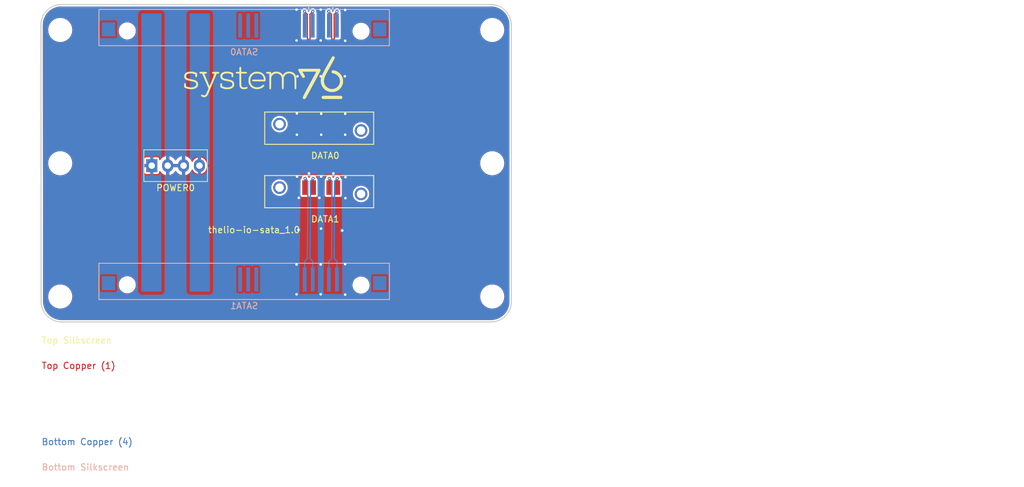
<source format=kicad_pcb>
(kicad_pcb (version 20211014) (generator pcbnew)
  (layers (0 "F.Cu" signal) (1 "In1.Cu" signal) (2 "In2.Cu" signal) (31 "B.Cu" signal) (34 "B.Paste" user) (35 "F.Paste" user) (36 "B.SilkS" user "B.Silkscreen") (37 "F.SilkS" user "F.Silkscreen") (38 "B.Mask" user) (39 "F.Mask" user) (44 "Edge.Cuts" user))
  (net 0 "")
  (net 7 "GND")
  (net 8 "+12V")
  (net 9 "+5V")
  (net 10 "/SATA0_B-")
  (net 11 "/SATA0_A+")
  (net 12 "/SATA0_A-")
  (net 13 "/SATA0_B+")
  (net 14 "/SATA1_A+")
  (net 15 "/SATA1_A-")
  (net 16 "/SATA1_B-")
  (net 17 "/SATA1_B+")
  (footprint "SATA:SATA_DATA_7" (layer "F.Cu") (at 90.281562 54.22)
    (fp_text reference "DATA1" (at 0 7.5) (layer "F.SilkS"))
    (fp_text value "67800-5005")
    (fp_line (start 7.62 5.715) (end -9.525 5.715) (layer "F.SilkS") (width 0.15))
    (fp_line (start 7.62 0.635) (end 7.62 5.715) (layer "F.SilkS") (width 0.15))
    (fp_line (start -9.525 0.635) (end 7.62 0.635) (layer "F.SilkS") (width 0.15))
    (fp_line (start -9.525 5.715) (end -9.525 0.635) (layer "F.SilkS") (width 0.15))
    (pad "" thru_hole oval (at 5.635 3.54) (size 2 2) (drill 1.35) (layers *.Cu *.Mask))
    (pad "" thru_hole oval (at -7.195 2.54) (size 2 2) (drill 1.35) (layers *.Cu *.Mask))
    (pad "1" smd rect (at 3.175 2.54) (size 0.9 2.3) (layers "F.Cu" "F.Paste" "F.Mask") (net 7 "GND"))
    (pad "2" smd rect (at 1.905 2.54) (size 0.9 2.3) (layers "F.Cu" "F.Paste" "F.Mask") (net 14 "/SATA1_A+"))
    (pad "3" smd rect (at 0.635 2.54) (size 0.9 2.3) (layers "F.Cu" "F.Paste" "F.Mask") (net 15 "/SATA1_A-"))
    (pad "4" smd rect (at -0.635 2.54) (size 0.9 2.3) (layers "F.Cu" "F.Paste" "F.Mask") (net 7 "GND"))
    (pad "5" smd rect (at -1.905 2.54) (size 0.9 2.3) (layers "F.Cu" "F.Paste" "F.Mask") (net 16 "/SATA1_B-"))
    (pad "6" smd rect (at -3.175 2.54) (size 0.9 2.3) (layers "F.Cu" "F.Paste" "F.Mask") (net 17 "/SATA1_B+"))
    (pad "7" smd rect (at -4.445 2.54) (size 0.9 2.3) (layers "F.Cu" "F.Paste" "F.Mask") (net 7 "GND"))
  )
  (footprint "SATA:SATA_DATA_7" (layer "F.Cu") (at 90.281562 44.22)
    (fp_text reference "DATA0" (at 0 7.5) (layer "F.SilkS"))
    (fp_text value "67800-5005")
    (fp_line (start -9.525 0.635) (end 7.62 0.635) (layer "F.SilkS") (width 0.15))
    (fp_line (start 7.62 5.715) (end -9.525 5.715) (layer "F.SilkS") (width 0.15))
    (fp_line (start 7.62 0.635) (end 7.62 5.715) (layer "F.SilkS") (width 0.15))
    (fp_line (start -9.525 5.715) (end -9.525 0.635) (layer "F.SilkS") (width 0.15))
    (pad "" thru_hole oval (at 5.635 3.54) (size 2 2) (drill 1.35) (layers *.Cu *.Mask))
    (pad "" thru_hole oval (at -7.195 2.54) (size 2 2) (drill 1.35) (layers *.Cu *.Mask))
    (pad "1" smd rect (at 3.175 2.54) (size 0.9 2.3) (layers "F.Cu" "F.Paste" "F.Mask") (net 7 "GND"))
    (pad "2" smd rect (at 1.905 2.54) (size 0.9 2.3) (layers "F.Cu" "F.Paste" "F.Mask") (net 11 "/SATA0_A+"))
    (pad "3" smd rect (at 0.635 2.54) (size 0.9 2.3) (layers "F.Cu" "F.Paste" "F.Mask") (net 12 "/SATA0_A-"))
    (pad "4" smd rect (at -0.635 2.54) (size 0.9 2.3) (layers "F.Cu" "F.Paste" "F.Mask") (net 7 "GND"))
    (pad "5" smd rect (at -1.905 2.54) (size 0.9 2.3) (layers "F.Cu" "F.Paste" "F.Mask") (net 10 "/SATA0_B-"))
    (pad "6" smd rect (at -3.175 2.54) (size 0.9 2.3) (layers "F.Cu" "F.Paste" "F.Mask") (net 13 "/SATA0_B+"))
    (pad "7" smd rect (at -4.445 2.54) (size 0.9 2.3) (layers "F.Cu" "F.Paste" "F.Mask") (net 7 "GND"))
  )
  (footprint "Logo:System76" (layer "F.Cu") (at 80.566562 39.42)
    (fp_text reference "G***" hide)
    (fp_text value "LOGO" hide)
    (fp_poly (pts (xy -3.59783 -1.680399) (xy -3.552031 -1.656953) (xy -3.538596 -1.621068) (xy -3.529279 -1.542899) (xy -3.523898 -1.420004) (xy -3.522266 -1.260078) (xy -3.522266 -0.892969) (xy -3.102358 -0.892969) (xy -2.932682 -0.891944) (xy -2.806316 -0.887749) (xy -2.716986 -0.878706) (xy -2.658415 -0.863134) (xy -2.624326 -0.839353) (xy -2.608444 -0.805685) (xy -2.604493 -0.76045) (xy -2.604492 -0.759732) (xy -2.607672 -0.720418) (xy -2.621462 -0.691231) (xy -2.652238 -0.670678) (xy -2.706376 -0.657265) (xy -2.79025 -0.649499) (xy -2.910237 -0.645885) (xy -3.072713 -0.644929) (xy -3.094484 -0.644922) (xy -3.524944 -0.644922) (xy -3.517404 0.31626) (xy -3.515372 0.560871) (xy -3.513305 0.760958) (xy -3.51092 0.921607) (xy -3.507938 1.047903) (xy -3.504078 1.144931) (xy -3.499059 1.217776) (xy -3.4926 1.271523) (xy -3.484421 1.311258) (xy -3.474241 1.342066) (xy -3.46178 1.369032) (xy -3.459002 1.374387) (xy -3.381688 1.471334) (xy -3.272327 1.534412) (xy -3.13614 1.562496) (xy -2.978347 1.55446) (xy -2.815332 1.513086) (xy -2.711455 1.480083) (xy -2.641424 1.466739) (xy -2.593617 1.472872) (xy -2.556414 1.498298) (xy -2.546325 1.508838) (xy -2.507527 1.577438) (xy -2.514507 1.642459) (xy -2.563446 1.701438) (xy -2.650525 1.751914) (xy -2.771926 1.791424) (xy -2.92383 1.817508) (xy -3.038574 1.826157) (xy -3.210243 1.825806) (xy -3.338366 1.808934) (xy -3.367936 1.800678) (xy -3.520468 1.72735) (xy -3.639628 1.617475) (xy -3.717499 1.490934) (xy -3.782715 1.351855) (xy -3.789973 0.353467) (xy -3.797231 -0.644922) (xy -4.051663 -0.644922) (xy -4.182479 -0.647069) (xy -4.271513 -0.655541) (xy -4.326482 -0.673389) (xy -4.355105 -0.70366) (xy -4.365099 -0.749404) (xy -4.365625 -0.768945) (xy -4.360219 -0.820543) (xy -4.33886 -0.855687) (xy -4.293839 -0.877412) (xy -4.217447 -0.888753) (xy -4.101974 -0.892746) (xy -4.050605 -0.892969) (xy -3.795117 -0.892969) (xy -3.795117 -1.264166) (xy -3.794652 -1.408049) (xy -3.792621 -1.510219) (xy -3.788069 -1.578567) (xy -3.780043 -1.620986) (xy -3.767589 -1.645368) (xy -3.749752 -1.659605) (xy -3.747139 -1.661041) (xy -3.672165 -1.68393) (xy -3.59783 -1.680399)) (layer "F.SilkS") (width 0.01) (fill solid))
    (fp_poly (pts (xy -11.254015 -0.926525) (xy -11.111502 -0.91663) (xy -10.996573 -0.899121) (xy -10.940511 -0.88571) (xy -10.807726 -0.844401) (xy -10.683656 -0.796785) (xy -10.578312 -0.747516) (xy -10.501709 -0.701246) (xy -10.464919 -0.664759) (xy -10.455443 -0.618973) (xy -10.452082 -0.538748) (xy -10.454 -0.437956) (xy -10.460361 -0.330472) (xy -10.470329 -0.230171) (xy -10.483068 -0.150926) (xy -10.497742 -0.106611) (xy -10.498623 -0.10542) (xy -10.538769 -0.083993) (xy -10.602378 -0.074446) (xy -10.606168 -0.074414) (xy -10.666732 -0.083158) (xy -10.70661 -0.11441) (xy -10.729554 -0.175701) (xy -10.739316 -0.274562) (xy -10.74043 -0.343853) (xy -10.74043 -0.517334) (xy -10.874966 -0.567671) (xy -11.125047 -0.636849) (xy -11.388611 -0.665085) (xy -11.545031 -0.661392) (xy -11.735674 -0.638596) (xy -11.886264 -0.600087) (xy -12.004789 -0.54254) (xy -12.099234 -0.462627) (xy -12.139614 -0.41366) (xy -12.179631 -0.324593) (xy -12.193561 -0.214394) (xy -12.181384 -0.103748) (xy -12.143084 -0.013338) (xy -12.139953 -0.009006) (xy -12.102824 0.035111) (xy -12.059064 0.073191) (xy -12.003161 0.10708) (xy -11.929603 0.138623) (xy -11.832877 0.169665) (xy -11.707472 0.202051) (xy -11.547876 0.237627) (xy -11.348577 0.278238) (xy -11.188672 0.309457) (xy -10.949058 0.364056) (xy -10.75431 0.427933) (xy -10.600114 0.50384) (xy -10.482159 0.594526) (xy -10.396131 0.702742) (xy -10.337717 0.831239) (xy -10.329615 0.857378) (xy -10.303461 1.023465) (xy -10.316069 1.192928) (xy -10.364194 1.353653) (xy -10.444588 1.493527) (xy -10.522169 1.575831) (xy -10.652313 1.662855) (xy -10.81758 1.737318) (xy -11.003895 1.793039) (xy -11.029782 1.798765) (xy -11.175728 1.820011) (xy -11.349792 1.830576) (xy -11.532784 1.830465) (xy -11.705517 1.819685) (xy -11.847626 1.7985) (xy -11.961007 1.767214) (xy -12.092587 1.720839) (xy -12.225889 1.666147) (xy -12.344441 1.609907) (xy -12.431767 1.558891) (xy -12.43335 1.557782) (xy -12.463749 1.53443) (xy -12.483436 1.508853) (xy -12.494737 1.470532) (xy -12.499977 1.408948) (xy -12.501483 1.313581) (xy -12.501562 1.249317) (xy -12.499338 1.108182) (xy -12.490835 1.009354) (xy -12.473304 0.945658) (xy -12.443999 0.909917) (xy -12.400172 0.894957) (xy -12.365137 0.892969) (xy -12.304973 0.900925) (xy -12.264946 0.929852) (xy -12.241383 0.987338) (xy -12.23061 1.08097) (xy -12.228711 1.174789) (xy -12.228711 1.360652) (xy -12.035165 1.435291) (xy -11.785481 1.512207) (xy -11.535099 1.552707) (xy -11.293192 1.556344) (xy -11.068933 1.52267) (xy -10.956007 1.487923) (xy -10.799211 1.41329) (xy -10.68787 1.322467) (xy -10.619688 1.212706) (xy -10.592365 1.081261) (xy -10.591602 1.052158) (xy -10.602229 0.947845) (xy -10.636721 0.859205) (xy -10.698993 0.783917) (xy -10.792962 0.719659) (xy -10.922544 0.664112) (xy -11.091654 0.614953) (xy -11.304207 0.569861) (xy -11.447363 0.544916) (xy -11.703778 0.495743) (xy -11.921949 0.438975) (xy -12.09813 0.375748) (xy -12.227241 0.308087) (xy -12.347019 0.201292) (xy -12.430598 0.069069) (xy -12.477929 -0.080036) (xy -12.488962 -0.237475) (xy -12.463649 -0.394702) (xy -12.40194 -0.54317) (xy -12.303785 -0.674333) (xy -12.233263 -0.736749) (xy -12.105546 -0.816222) (xy -11.957595 -0.873278) (xy -11.781895 -0.909733) (xy -11.570932 -0.927404) (xy -11.434961 -0.929772) (xy -11.254015 -0.926525)) (layer "F.SilkS") (width 0.01) (fill solid))
    (fp_poly (pts (xy -5.616643 -0.939448) (xy -5.379293 -0.911459) (xy -5.146707 -0.85583) (xy -5.000296 -0.803925) (xy -4.900208 -0.761443) (xy -4.833071 -0.723194) (xy -4.792307 -0.678205) (xy -4.771342 -0.615507) (xy -4.763599 -0.524128) (xy -4.7625 -0.407205) (xy -4.765432 -0.271022) (xy -4.776346 -0.176959) (xy -4.798417 -0.117757) (xy -4.834822 -0.086158) (xy -4.888736 -0.074907) (xy -4.908139 -0.074414) (xy -4.966707 -0.081794) (xy -5.0045 -0.109404) (xy -5.02567 -0.165447) (xy -5.034373 -0.258129) (xy -5.035352 -0.32564) (xy -5.035352 -0.517334) (xy -5.166975 -0.566581) (xy -5.435243 -0.640836) (xy -5.71217 -0.667496) (xy -5.990784 -0.646048) (xy -6.06284 -0.632486) (xy -6.233925 -0.580038) (xy -6.361853 -0.503852) (xy -6.447508 -0.40303) (xy -6.491771 -0.276677) (xy -6.498828 -0.189351) (xy -6.490273 -0.102097) (xy -6.457363 -0.032808) (xy -6.422918 0.010317) (xy -6.363581 0.065358) (xy -6.28603 0.112622) (xy -6.183656 0.154473) (xy -6.04985 0.193274) (xy -5.878001 0.23139) (xy -5.724218 0.260232) (xy -5.463689 0.311115) (xy -5.248105 0.364113) (xy -5.072802 0.421409) (xy -4.933116 0.485187) (xy -4.824382 0.557632) (xy -4.741936 0.640927) (xy -4.681115 0.737256) (xy -4.674039 0.751952) (xy -4.62928 0.895211) (xy -4.613018 1.059677) (xy -4.626369 1.225188) (xy -4.643708 1.299368) (xy -4.692423 1.399354) (xy -4.775663 1.504941) (xy -4.881423 1.604516) (xy -4.997702 1.686465) (xy -5.090437 1.731606) (xy -5.282853 1.786416) (xy -5.503784 1.82111) (xy -5.73592 1.834582) (xy -5.961955 1.825727) (xy -6.141405 1.798733) (xy -6.252993 1.768723) (xy -6.379716 1.725738) (xy -6.507332 1.675544) (xy -6.621598 1.623907) (xy -6.708273 1.576596) (xy -6.733618 1.558936) (xy -6.760935 1.53505) (xy -6.778921 1.507959) (xy -6.789523 1.467518) (xy -6.794685 1.403578) (xy -6.796352 1.305993) (xy -6.796484 1.230993) (xy -6.794736 1.094861) (xy -6.787594 1.000729) (xy -6.772209 0.94105) (xy -6.745734 0.90828) (xy -6.705322 0.894874) (xy -6.668907 0.892969) (xy -6.602475 0.908385) (xy -6.557614 0.957606) (xy -6.532085 1.045086) (xy -6.523647 1.175282) (xy -6.523633 1.181939) (xy -6.523633 1.360652) (xy -6.331396 1.434617) (xy -6.065068 1.518401) (xy -5.812494 1.558064) (xy -5.566179 1.554313) (xy -5.383996 1.52411) (xy -5.208046 1.467192) (xy -5.06687 1.38607) (xy -4.96399 1.28407) (xy -4.902926 1.164521) (xy -4.886523 1.053956) (xy -4.901477 0.942298) (xy -4.9484 0.846788) (xy -5.030385 0.765467) (xy -5.150526 0.696378) (xy -5.311915 0.63756) (xy -5.517647 0.587057) (xy -5.667871 0.559221) (xy -5.916838 0.513912) (xy -6.121822 0.468248) (xy -6.288421 0.420178) (xy -6.422231 0.367646) (xy -6.528851 0.3086) (xy -6.613878 0.240986) (xy -6.655691 0.196817) (xy -6.741206 0.06076) (xy -6.786854 -0.093739) (xy -6.793342 -0.256575) (xy -6.761376 -0.417644) (xy -6.691661 -0.56684) (xy -6.594019 -0.685656) (xy -6.453209 -0.786928) (xy -6.277042 -0.863539) (xy -6.073542 -0.914892) (xy -5.850735 -0.940394) (xy -5.616643 -0.939448)) (layer "F.SilkS") (width 0.01) (fill solid))
    (fp_poly (pts (xy 2.249637 -0.918863) (xy 2.450802 -0.867422) (xy 2.636808 -0.784739) (xy 2.799706 -0.671679) (xy 2.931549 -0.529108) (xy 2.953933 -0.496448) (xy 3.032257 -0.375574) (xy 3.109829 -0.490681) (xy 3.250583 -0.656445) (xy 3.423366 -0.785573) (xy 3.624983 -0.876361) (xy 3.852237 -0.927103) (xy 3.943945 -0.93549) (xy 4.195467 -0.929494) (xy 4.425399 -0.882712) (xy 4.630421 -0.79723) (xy 4.807211 -0.675132) (xy 4.95245 -0.518503) (xy 5.062815 -0.32943) (xy 5.110359 -0.203078) (xy 5.123233 -0.158159) (xy 5.133648 -0.111538) (xy 5.141861 -0.057593) (xy 5.14813 0.009295) (xy 5.152712 0.094747) (xy 5.155866 0.204385) (xy 5.157849 0.343829) (xy 5.158918 0.518699) (xy 5.159333 0.734617) (xy 5.159375 0.865816) (xy 5.158915 1.1217) (xy 5.157465 1.331333) (xy 5.154919 1.498067) (xy 5.151171 1.625253) (xy 5.146114 1.716242) (xy 5.139642 1.774386) (xy 5.13165 1.803035) (xy 5.129609 1.805781) (xy 5.080159 1.828658) (xy 5.011018 1.834403) (xy 4.946511 1.823179) (xy 4.916328 1.804364) (xy 4.908604 1.770201) (xy 4.901572 1.688431) (xy 4.895308 1.561048) (xy 4.889886 1.390051) (xy 4.885382 1.177436) (xy 4.881871 0.9252) (xy 4.881398 0.880389) (xy 4.878893 0.645261) (xy 4.876399 0.454184) (xy 4.873569 0.301599) (xy 4.870059 0.181949) (xy 4.865521 0.089676) (xy 4.859611 0.019223) (xy 4.851982 -0.034969) (xy 4.842289 -0.078458) (xy 4.830185 -0.1168) (xy 4.817225 -0.150796) (xy 4.727016 -0.321342) (xy 4.603915 -0.457386) (xy 4.442503 -0.564739) (xy 4.420916 -0.575667) (xy 4.334499 -0.615842) (xy 4.263551 -0.640156) (xy 4.189529 -0.652478) (xy 4.093888 -0.656675) (xy 4.031283 -0.656934) (xy 3.911216 -0.654269) (xy 3.822656 -0.644629) (xy 3.747643 -0.624809) (xy 3.669962 -0.592414) (xy 3.50936 -0.500124) (xy 3.385692 -0.386324) (xy 3.287358 -0.239763) (xy 3.268527 -0.203136) (xy 3.187402 -0.038446) (xy 3.175 0.857587) (xy 3.171426 1.103385) (xy 3.167754 1.304133) (xy 3.163357 1.464388) (xy 3.157607 1.588707) (xy 3.149877 1.681647) (xy 3.139538 1.747764) (xy 3.125963 1.791615) (xy 3.108525 1.817757) (xy 3.086595 1.830746) (xy 3.059545 1.835141) (xy 3.040278 1.835547) (xy 3.005827 1.835049) (xy 2.977768 1.830459) (xy 2.955391 1.817132) (xy 2.937988 1.790422) (xy 2.924849 1.745684) (xy 2.915266 1.678275) (xy 2.908529 1.583548) (xy 2.903929 1.456858) (xy 2.900758 1.293561) (xy 2.898305 1.089011) (xy 2.896388 0.892969) (xy 2.894025 0.659697) (xy 2.891647 0.470419) (xy 2.888901 0.319518) (xy 2.885433 0.201379) (xy 2.880891 0.110386) (xy 2.874921 0.040924) (xy 2.86717 -0.012622) (xy 2.857285 -0.055868) (xy 2.844913 -0.094429) (xy 2.832195 -0.127672) (xy 2.739473 -0.297683) (xy 2.611666 -0.439968) (xy 2.456566 -0.550261) (xy 2.281967 -0.624296) (xy 2.095659 -0.657805) (xy 1.905436 -0.646522) (xy 1.89008 -0.643515) (xy 1.688098 -0.580201) (xy 1.519028 -0.479965) (xy 1.381461 -0.341706) (xy 1.273988 -0.164325) (xy 1.272537 -0.16123) (xy 1.203027 -0.012402) (xy 1.19511 0.880093) (xy 1.192036 1.144008) (xy 1.187896 1.365863) (xy 1.182746 1.544175) (xy 1.176641 1.677461) (xy 1.169634 1.764237) (xy 1.16178 1.803021) (xy 1.161067 1.804067) (xy 1.115127 1.827771) (xy 1.046838 1.834533) (xy 0.980547 1.824157) (xy 0.947539 1.805781) (xy 0.940234 1.785441) (xy 0.934104 1.738224) (xy 0.929074 1.661083) (xy 0.92507 1.550974) (xy 0.922018 1.404849) (xy 0.919846 1.219664) (xy 0.918478 0.992372) (xy 0.917841 0.719927) (xy 0.917773 0.577949) (xy 0.917773 -0.620117) (xy 0.717705 -0.620117) (xy 0.617072 -0.623207) (xy 0.531246 -0.631391) (xy 0.475953 -0.643041) (xy 0.469658 -0.645795) (xy 0.432379 -0.690291) (xy 0.419896 -0.756307) (xy 0.432211 -0.822396) (xy 0.469322 -0.86711) (xy 0.469658 -0.867291) (xy 0.516463 -0.87909) (xy 0.59812 -0.887301) (xy 0.702816 -0.891993) (xy 0.818737 -0.893238) (xy 0.93407 -0.891104) (xy 1.037002 -0.885662) (xy 1.115719 -0.876981) (xy 1.158409 -0.865132) (xy 1.160859 -0.863203) (xy 1.178014 -0.822564) (xy 1.188771 -0.751901) (xy 1.190625 -0.705813) (xy 1.190625 -0.578189) (xy 1.294638 -0.677134) (xy 1.452366 -0.794889) (xy 1.634678 -0.877074) (xy 1.833626 -0.924554) (xy 2.041262 -0.938195) (xy 2.249637 -0.918863)) (layer "F.SilkS") (width 0.01) (fill solid))
    (fp_poly (pts (xy -0.767105 -0.903404) (xy -0.626355 -0.880497) (xy -0.626064 -0.880428) (xy -0.386543 -0.800742) (xy -0.177985 -0.683513) (xy -0.00263 -0.531645) (xy 0.137284 -0.348041) (xy 0.239521 -0.135607) (xy 0.30184 0.102755) (xy 0.32203 0.349622) (xy 0.322913 0.409475) (xy 0.322301 0.458761) (xy 0.315823 0.498504) (xy 0.299108 0.529724) (xy 0.267782 0.553444) (xy 0.217476 0.570686) (xy 0.143816 0.582471) (xy 0.042431 0.589821) (xy -0.091051 0.593759) (xy -0.261002 0.595305) (xy -0.471793 0.595483) (xy -0.727796 0.595313) (xy -0.729121 0.595313) (xy -1.000891 0.594631) (xy -1.233218 0.592619) (xy -1.424203 0.589325) (xy -1.571945 0.584797) (xy -1.674541 0.579084) (xy -1.730092 0.572233) (xy -1.737959 0.569635) (xy -1.772187 0.526924) (xy -1.786382 0.460348) (xy -1.778677 0.392207) (xy -1.756172 0.352227) (xy -1.733581 0.343787) (xy -1.682091 0.336925) (xy -1.59833 0.331532) (xy -1.478924 0.327499) (xy -1.320501 0.324717) (xy -1.119689 0.323077) (xy -0.873115 0.32247) (xy -0.835203 0.322461) (xy 0.056001 0.322461) (xy 0.039189 0.19573) (xy -0.010174 -0.02602) (xy -0.095517 -0.213929) (xy -0.217888 -0.369383) (xy -0.378334 -0.493765) (xy -0.544516 -0.57573) (xy -0.611701 -0.599423) (xy -0.680076 -0.615356) (xy -0.761932 -0.625017) (xy -0.869562 -0.629895) (xy -1.00459 -0.631447) (xy -1.138533 -0.63131) (xy -1.235146 -0.628582) (xy -1.3067 -0.621351) (xy -1.365471 -0.607704) (xy -1.423731 -0.585729) (xy -1.488352 -0.556076) (xy -1.676394 -0.440584) (xy -1.832176 -0.289865) (xy -1.952924 -0.108589) (xy -2.03586 0.098572) (xy -2.078207 0.326945) (xy -2.083299 0.444785) (xy -2.06199 0.685626) (xy -2.000268 0.905414) (xy -1.900265 1.099784) (xy -1.764116 1.264367) (xy -1.630541 1.371695) (xy -1.44344 1.467278) (xy -1.23569 1.523893) (xy -1.016266 1.542367) (xy -0.794139 1.523527) (xy -0.578284 1.468199) (xy -0.377674 1.377211) (xy -0.201282 1.251389) (xy -0.187225 1.238683) (xy -0.089581 1.166526) (xy -0.004799 1.141669) (xy 0.066585 1.164227) (xy 0.085045 1.179994) (xy 0.118919 1.233013) (xy 0.115624 1.292495) (xy 0.073112 1.364403) (xy -0.008785 1.452878) (xy -0.177428 1.584621) (xy -0.379782 1.69045) (xy -0.605543 1.767346) (xy -0.844411 1.812289) (xy -1.086085 1.822258) (xy -1.227832 1.81024) (xy -1.481535 1.754111) (xy -1.706902 1.65804) (xy -1.906957 1.520523) (xy -2.01421 1.419478) (xy -2.147741 1.256991) (xy -2.247739 1.080157) (xy -2.321599 0.879507) (xy -2.348678 0.746157) (xy -2.363123 0.582272) (xy -2.364901 0.405297) (xy -2.353978 0.232681) (xy -2.330322 0.081868) (xy -2.323159 0.05241) (xy -2.236652 -0.183109) (xy -2.110253 -0.394381) (xy -1.948683 -0.576634) (xy -1.756664 -0.725099) (xy -1.538918 -0.835004) (xy -1.400434 -0.879793) (xy -1.268417 -0.902952) (xy -1.106568 -0.914617) (xy -0.93332 -0.914773) (xy -0.767105 -0.903404)) (layer "F.SilkS") (width 0.01) (fill solid))
    (fp_poly (pts (xy 12.329838 2.94985) (xy 12.381994 3.016868) (xy 12.401213 3.091864) (xy 12.402344 3.125391) (xy 12.391885 3.209966) (xy 12.352635 3.276527) (xy 12.329838 3.300931) (xy 12.257332 3.373438) (xy 9.305564 3.373438) (xy 9.23107 3.310755) (xy 9.161122 3.224389) (xy 9.136801 3.12714) (xy 9.158118 3.027629) (xy 9.225088 2.934481) (xy 9.230501 2.929335) (xy 9.242899 2.918543) (xy 9.257667 2.909359) (xy 9.278648 2.901652) (xy 9.309683 2.895293) (xy 9.354613 2.890153) (xy 9.41728 2.886101) (xy 9.501526 2.883009) (xy 9.611192 2.880747) (xy 9.750119 2.879184) (xy 9.922149 2.878193) (xy 10.131124 2.877642) (xy 10.380884 2.877402) (xy 10.675272 2.877345) (xy 10.77182 2.877344) (xy 12.257332 2.877344) (xy 12.329838 2.94985)) (layer "F.SilkS") (width 0.01) (fill solid))
    (fp_poly (pts (xy -9.328895 -0.892391) (xy -9.187718 -0.889652) (xy -9.084388 -0.883245) (xy -9.013027 -0.871664) (xy -8.967755 -0.853401) (xy -8.942694 -0.826949) (xy -8.931964 -0.790801) (xy -8.929688 -0.743451) (xy -8.929687 -0.743242) (xy -8.941589 -0.684514) (xy -8.981749 -0.646644) (xy -9.056848 -0.626291) (xy -9.173568 -0.620119) (xy -9.176104 -0.620117) (xy -9.255085 -0.617209) (xy -9.309571 -0.609643) (xy -9.326562 -0.600712) (xy -9.317185 -0.573716) (xy -9.290702 -0.507109) (xy -9.249587 -0.406865) (xy -9.196313 -0.278957) (xy -9.133355 -0.129355) (xy -9.063186 0.035966) (xy -9.051738 0.062813) (xy -8.972268 0.249811) (xy -8.892024 0.439961) (xy -8.815216 0.623191) (xy -8.746055 0.789427) (xy -8.68875 0.928595) (xy -8.652945 1.016992) (xy -8.606074 1.132487) (xy -8.56474 1.231119) (xy -8.53284 1.303818) (xy -8.514274 1.341512) (xy -8.51229 1.344287) (xy -8.500785 1.32499) (xy -8.473224 1.265341) (xy -8.431952 1.171062) (xy -8.379313 1.047871) (xy -8.317652 0.90149) (xy -8.249314 0.737636) (xy -8.176643 0.562032) (xy -8.101983 0.380395) (xy -8.027681 0.198447) (xy -7.956079 0.021906) (xy -7.889524 -0.143507) (xy -7.830359 -0.292072) (xy -7.780929 -0.41807) (xy -7.743579 -0.51578) (xy -7.720653 -0.579483) (xy -7.714258 -0.602538) (xy -7.736873 -0.611535) (xy -7.795991 -0.617873) (xy -7.873717 -0.620117) (xy -7.989736 -0.628057) (xy -8.064095 -0.654059) (xy -8.102488 -0.701393) (xy -8.111133 -0.756543) (xy -8.108279 -0.800225) (xy -8.09577 -0.833467) (xy -8.067687 -0.857686) (xy -8.018107 -0.874297) (xy -7.941112 -0.884712) (xy -7.830779 -0.890349) (xy -7.681189 -0.892621) (xy -7.54026 -0.892969) (xy -7.372145 -0.89278) (xy -7.246697 -0.891732) (xy -7.156973 -0.889107) (xy -7.096031 -0.884183) (xy -7.056929 -0.876241) (xy -7.032724 -0.86456) (xy -7.016474 -0.848421) (xy -7.008731 -0.83784) (xy -6.97202 -0.759404) (xy -6.981695 -0.696767) (xy -7.036777 -0.650967) (xy -7.136291 -0.623045) (xy -7.218114 -0.615248) (xy -7.378332 -0.607715) (xy -8.015933 0.917773) (xy -8.127081 1.183564) (xy -8.234478 1.440125) (xy -8.336288 1.683083) (xy -8.430673 1.908067) (xy -8.515795 2.110702) (xy -8.589817 2.286617) (xy -8.650902 2.431438) (xy -8.697212 2.540792) (xy -8.726909 2.610308) (xy -8.733165 2.624704) (xy -8.830016 2.801859) (xy -8.946171 2.93829) (xy -9.078827 3.03111) (xy -9.15885 3.062839) (xy -9.272574 3.090601) (xy -9.368869 3.096271) (xy -9.473378 3.080122) (xy -9.526502 3.066732) (xy -9.637494 3.028216) (xy -9.736158 2.978563) (xy -9.808007 2.925744) (xy -9.829891 2.899786) (xy -9.844916 2.834826) (xy -9.825013 2.76545) (xy -9.777826 2.712711) (xy -9.758381 2.70285) (xy -9.708965 2.693501) (xy -9.649438 2.705222) (xy -9.564444 2.740935) (xy -9.465073 2.778461) (xy -9.367083 2.800229) (xy -9.330006 2.80293) (xy -9.262181 2.796528) (xy -9.20201 2.773985) (xy -9.145495 2.730295) (xy -9.088637 2.660453) (xy -9.027438 2.559452) (xy -8.957897 2.422286) (xy -8.876017 2.243951) (xy -8.866661 2.222905) (xy -8.806647 2.086335) (xy -8.753288 1.96254) (xy -8.710066 1.859788) (xy -8.680461 1.786345) (xy -8.668206 1.751616) (xy -8.674994 1.715133) (xy -8.70188 1.634663) (xy -8.748401 1.511364) (xy -8.814092 1.346398) (xy -8.898491 1.140922) (xy -9.001132 0.896098) (xy -9.121553 0.613084) (xy -9.150432 0.545703) (xy -9.645373 -0.607715) (xy -9.838611 -0.620117) (xy -9.937452 -0.627863) (xy -9.999079 -0.638286) (xy -10.035864 -0.655572) (xy -10.060179 -0.683908) (xy -10.068404 -0.697874) (xy -10.090996 -0.749688) (xy -10.083843 -0.791914) (xy -10.062455 -0.828099) (xy -10.01995 -0.892969) (xy -9.513798 -0.892969) (xy -9.328895 -0.892391)) (layer "F.SilkS") (width 0.01) (fill solid))
    (fp_poly (pts (xy 11.096875 -3.320294) (xy 11.164457 -3.255994) (xy 11.203198 -3.167066) (xy 11.205016 -3.06889) (xy 11.190836 -3.032862) (xy 11.154641 -2.957648) (xy 11.098613 -2.84737) (xy 11.024938 -2.706151) (xy 10.935798 -2.538112) (xy 10.833377 -2.347374) (xy 10.719858 -2.138059) (xy 10.597426 -1.91429) (xy 10.492322 -1.723646) (xy 10.334994 -1.439239) (xy 10.199782 -1.194683) (xy 10.084822 -0.986401) (xy 9.988249 -0.810817) (xy 9.908198 -0.664352) (xy 9.842805 -0.543431) (xy 9.790204 -0.444476) (xy 9.748532 -0.363911) (xy 9.715922 -0.298158) (xy 9.690511 -0.24364) (xy 9.670433 -0.196781) (xy 9.653824 -0.154004) (xy 9.63882 -0.111732) (xy 9.623554 -0.066387) (xy 9.615078 -0.040959) (xy 9.540283 0.23972) (xy 9.510408 0.499384) (xy 9.525452 0.738063) (xy 9.533122 0.779743) (xy 9.585337 0.977328) (xy 9.65867 1.143517) (xy 9.76211 1.294945) (xy 9.882767 1.42681) (xy 10.045228 1.569059) (xy 10.211424 1.672205) (xy 10.397484 1.744897) (xy 10.544042 1.781442) (xy 10.779249 1.806307) (xy 11.008429 1.785733) (xy 11.226646 1.723728) (xy 11.428959 1.624297) (xy 11.610431 1.491446) (xy 11.766124 1.329182) (xy 11.891099 1.141509) (xy 11.980417 0.932434) (xy 12.029141 0.705963) (xy 12.036856 0.570508) (xy 12.013323 0.329082) (xy 11.945027 0.103416) (xy 11.83542 -0.102403) (xy 11.687954 -0.284289) (xy 11.506082 -0.438156) (xy 11.293258 -0.559917) (xy 11.052932 -0.645486) (xy 10.99826 -0.658705) (xy 10.867524 -0.696251) (xy 10.779988 -0.743906) (xy 10.729452 -0.807247) (xy 10.709714 -0.891853) (xy 10.70886 -0.919026) (xy 10.728071 -1.026538) (xy 10.784331 -1.101666) (xy 10.875582 -1.142551) (xy 10.964145 -1.149676) (xy 11.052047 -1.140164) (xy 11.162369 -1.118906) (xy 11.267387 -1.091587) (xy 11.542168 -0.983425) (xy 11.79207 -0.834169) (xy 12.013064 -0.647688) (xy 12.20112 -0.427853) (xy 12.35221 -0.17853) (xy 12.442947 0.037207) (xy 12.472328 0.127469) (xy 12.492062 0.206451) (xy 12.504071 0.288481) (xy 12.510276 0.387887) (xy 12.512598 0.518996) (xy 12.512796 0.558105) (xy 12.512222 0.698539) (xy 12.508026 0.804282) (xy 12.498261 0.890226) (xy 12.480982 0.971261) (xy 12.454244 1.062277) (xy 12.441976 1.100208) (xy 12.331295 1.360159) (xy 12.179469 1.596999) (xy 11.991336 1.806237) (xy 11.771733 1.983387) (xy 11.525496 2.12396) (xy 11.257463 2.223466) (xy 11.221064 2.233204) (xy 11.034809 2.266616) (xy 10.825368 2.280878) (xy 10.612487 2.275992) (xy 10.415909 2.251961) (xy 10.331152 2.2331) (xy 10.066498 2.143946) (xy 9.83501 2.024054) (xy 9.627021 1.867714) (xy 9.496238 1.739987) (xy 9.312829 1.513366) (xy 9.174956 1.272662) (xy 9.079322 1.010947) (xy 9.026858 0.753254) (xy 9.0108 0.529271) (xy 9.025438 0.298605) (xy 9.07209 0.055786) (xy 9.152072 -0.204656) (xy 9.266701 -0.48819) (xy 9.3863 -0.739423) (xy 9.45282 -0.869218) (xy 9.53443 -1.024633) (xy 9.628555 -1.201052) (xy 9.732617 -1.39386) (xy 9.844039 -1.598439) (xy 9.960246 -1.810175) (xy 10.078661 -2.02445) (xy 10.196707 -2.23665) (xy 10.311808 -2.442157) (xy 10.421386 -2.636356) (xy 10.522866 -2.81463) (xy 10.613671 -2.972364) (xy 10.691224 -3.104941) (xy 10.752949 -3.207745) (xy 10.796269 -3.27616) (xy 10.818608 -3.305571) (xy 10.818677 -3.305623) (xy 10.914225 -3.351089) (xy 11.010211 -3.353986) (xy 11.096875 -3.320294)) (layer "F.SilkS") (width 0.01) (fill solid))
    (fp_poly (pts (xy 8.909712 -1.292526) (xy 8.957975 -1.229622) (xy 8.975393 -1.174392) (xy 8.972465 -1.118894) (xy 8.959256 -1.085786) (xy 8.924246 -1.01277) (xy 8.86939 -0.903489) (xy 8.79664 -0.761586) (xy 8.707952 -0.590705) (xy 8.60528 -0.394489) (xy 8.490577 -0.176583) (xy 8.365798 0.059372) (xy 8.232896 0.30973) (xy 8.093826 0.570849) (xy 7.950542 0.839084) (xy 7.804998 1.110794) (xy 7.659149 1.382333) (xy 7.514947 1.650059) (xy 7.374348 1.910328) (xy 7.239305 2.159496) (xy 7.111773 2.393921) (xy 6.993705 2.609958) (xy 6.887056 2.803963) (xy 6.79378 2.972295) (xy 6.715831 3.111308) (xy 6.655163 3.21736) (xy 6.61373 3.286806) (xy 6.59441 3.315097) (xy 6.514294 3.366024) (xy 6.4074 3.382404) (xy 6.358108 3.378353) (xy 6.304302 3.35585) (xy 6.245415 3.311558) (xy 6.240286 3.306568) (xy 6.218033 3.284457) (xy 6.199202 3.263426) (xy 6.185013 3.240756) (xy 6.176683 3.213724) (xy 6.175431 3.179611) (xy 6.182475 3.135695) (xy 6.199033 3.079255) (xy 6.226323 3.00757) (xy 6.265564 2.917919) (xy 6.317974 2.807581) (xy 6.384771 2.673835) (xy 6.467174 2.513961) (xy 6.5664 2.325236) (xy 6.683667 2.104941) (xy 6.820195 1.850354) (xy 6.977201 1.558754) (xy 7.155903 1.22742) (xy 7.245559 1.061226) (xy 7.401929 0.771003) (xy 7.55118 0.493328) (xy 7.691672 0.231288) (xy 7.821767 -0.012029) (xy 7.939827 -0.233539) (xy 8.044214 -0.430153) (xy 8.133288 -0.598785) (xy 8.205411 -0.736349) (xy 8.258944 -0.839758) (xy 8.29225 -0.905925) (xy 8.30369 -0.931764) (xy 8.303632 -0.93198) (xy 8.277293 -0.934153) (xy 8.206412 -0.935899) (xy 8.096054 -0.937197) (xy 7.951284 -0.938025) (xy 7.777168 -0.938362) (xy 7.57877 -0.938187) (xy 7.361157 -0.937479) (xy 7.1973 -0.936638) (xy 6.102089 -0.930176) (xy 6.30485 -0.595312) (xy 6.396918 -0.438588) (xy 6.461264 -0.315742) (xy 6.49934 -0.220527) (xy 6.512599 -0.146699) (xy 6.502494 -0.088011) (xy 6.470478 -0.038219) (xy 6.441071 -0.00977) (xy 6.355154 0.038211) (xy 6.261248 0.050261) (xy 6.175332 0.026194) (xy 6.133765 -0.006201) (xy 6.106804 -0.04298) (xy 6.05905 -0.115795) (xy 5.994748 -0.217856) (xy 5.918143 -0.342372) (xy 5.83348 -0.48255) (xy 5.782175 -0.568661) (xy 5.676189 -0.749447) (xy 5.595011 -0.893975) (xy 5.536762 -1.007807) (xy 5.499567 -1.096504) (xy 5.481549 -1.16563) (xy 5.480828 -1.220748) (xy 5.49553 -1.267418) (xy 5.523775 -1.311205) (xy 5.529254 -1.318102) (xy 5.576672 -1.37666) (xy 8.834538 -1.37666) (xy 8.909712 -1.292526)) (layer "F.SilkS") (width 0.01) (fill solid))
  )
  (footprint "MountingHole:MountingHole_3.2mm_M3" (layer "F.Cu") (at 116.566562 73.92)
    (fp_text reference "REF**" hide)
    (fp_text value "MountingHole_3.2mm_M3")
    (pad "" np_thru_hole circle (at 0 0) (size 3.2 3.2) (drill 3.2) (layers *.Cu *.Mask))
  )
  (footprint "MountingHole:MountingHole_3.2mm_M3" (layer "F.Cu") (at 48.566562 73.92)
    (fp_text reference "REF**" hide)
    (fp_text value "MountingHole_3.2mm_M3")
    (pad "" np_thru_hole circle (at 0 0) (size 3.2 3.2) (drill 3.2) (layers *.Cu *.Mask))
  )
  (footprint "MountingHole:MountingHole_3.2mm_M3" (layer "F.Cu") (at 48.566562 52.92)
    (fp_text reference "REF**" hide)
    (fp_text value "MountingHole_3.2mm_M3")
    (pad "" np_thru_hole circle (at 0 0) (size 3.2 3.2) (drill 3.2) (layers *.Cu *.Mask))
  )
  (footprint "MountingHole:MountingHole_3.2mm_M3" (layer "F.Cu") (at 116.566562 52.92)
    (fp_text reference "REF**" hide)
    (fp_text value "MountingHole_3.2mm_M3")
    (pad "" np_thru_hole circle (at 0 0) (size 3.2 3.2) (drill 3.2) (layers *.Cu *.Mask))
  )
  (footprint "MountingHole:MountingHole_3.2mm_M3" (layer "F.Cu") (at 48.566562 31.92)
    (fp_text reference "REF**" hide)
    (fp_text value "MountingHole_3.2mm_M3")
    (pad "" np_thru_hole circle (at 0 0) (size 3.2 3.2) (drill 3.2) (layers *.Cu *.Mask))
  )
  (footprint "MountingHole:MountingHole_3.2mm_M3" (layer "F.Cu") (at 116.566562 31.92)
    (fp_text reference "REF**" hide)
    (fp_text value "MountingHole_3.2mm_M3")
    (pad "" np_thru_hole circle (at 0 0) (size 3.2 3.2) (drill 3.2) (layers *.Cu *.Mask))
  )
  (footprint "SATA:ATA_FLOPPY_POWER_4" (layer "F.Cu") (at 66.726562 53.3)
    (fp_text reference "POWER0" (at 0 3.5) (layer "F.SilkS"))
    (fp_text value "171825-4")
    (fp_line (start 5 2.5) (end -5 2.5) (layer "F.SilkS") (width 0.12))
    (fp_line (start 5 -2.5) (end 5 2.5) (layer "F.SilkS") (width 0.12))
    (fp_line (start -5 2.5) (end -5 -2.5) (layer "F.SilkS") (width 0.12))
    (fp_line (start -5 -2.5) (end 5 -2.5) (layer "F.SilkS") (width 0.12))
    (pad "1" thru_hole rect locked (at -3.75 0 90) (size 2.03 1.73) (drill 1.02) (layers *.Cu *.Mask) (net 8 "+12V"))
    (pad "2" thru_hole oval locked (at -1.25 0 90) (size 2.03 1.73) (drill 1.02) (layers *.Cu *.Mask) (net 7 "GND"))
    (pad "3" thru_hole oval locked (at 1.25 0 90) (size 2.03 1.73) (drill 1.02) (layers *.Cu *.Mask) (net 7 "GND"))
    (pad "4" thru_hole oval locked (at 3.75 0 90) (size 2.03 1.73) (drill 1.02) (layers *.Cu *.Mask) (net 9 "+5V"))
  )
  (footprint "SATA:SATA_COMBINED_22" (layer "B.Cu") (at 77.516562 71.22 180)
    (fp_text reference "SATA1" (at 0 -4.175) (layer "B.SilkS") (effects (justify mirror)))
    (fp_text value "1735284-4")
    (fp_line (start -22.86 -3.175) (end -22.86 2.54) (layer "B.SilkS") (width 0.15))
    (fp_line (start -22.86 2.54) (end 22.86 2.54) (layer "B.SilkS") (width 0.15))
    (fp_line (start 22.86 2.54) (end 22.86 -3.175) (layer "B.SilkS") (width 0.15))
    (fp_line (start 22.86 -3.175) (end -22.86 -3.175) (layer "B.SilkS") (width 0.15))
    (pad "" connect rect locked (at -21.35 -0.6 180) (size 2.1 2.2) (layers "B.Cu" "B.Mask"))
    (pad "" connect rect locked (at 21.35 -0.6 180) (size 2.1 2.2) (layers "B.Cu" "B.Mask"))
    (pad "" np_thru_hole circle locked (at -18.4 -0.9 180) (size 2.1 2.1) (drill 2.1) (layers *.Cu *.Mask))
    (pad "" np_thru_hole circle locked (at 18.4 -0.85 180) (size 2.1 2.1) (drill 2.1) (layers *.Cu *.Mask))
    (pad "1" smd rect locked (at -15.875 0 180) (size 0.6 3.8) (layers "B.Cu" "B.Paste" "B.Mask") (net 7 "GND"))
    (pad "2" smd rect locked (at -14.605 0 180) (size 0.6 3.8) (layers "B.Cu" "B.Paste" "B.Mask") (net 14 "/SATA1_A+"))
    (pad "3" smd rect locked (at -13.335 0 180) (size 0.6 3.8) (layers "B.Cu" "B.Paste" "B.Mask") (net 15 "/SATA1_A-"))
    (pad "4" smd rect locked (at -12.065 0 180) (size 0.6 3.8) (layers "B.Cu" "B.Paste" "B.Mask") (net 7 "GND"))
    (pad "5" smd rect locked (at -10.795 0 180) (size 0.6 3.8) (layers "B.Cu" "B.Paste" "B.Mask") (net 16 "/SATA1_B-"))
    (pad "6" smd rect locked (at -9.525 0 180) (size 0.6 3.8) (layers "B.Cu" "B.Paste" "B.Mask") (net 17 "/SATA1_B+"))
    (pad "7" smd rect locked (at -8.255 0 180) (size 0.6 3.8) (layers "B.Cu" "B.Paste" "B.Mask") (net 7 "GND"))
    (pad "8" smd rect locked (at -1.905 0 180) (size 0.6 3.8) (layers "B.Cu" "B.Paste" "B.Mask"))
    (pad "9" smd rect locked (at -0.635 0 180) (size 0.6 3.8) (layers "B.Cu" "B.Paste" "B.Mask"))
    (pad "10" smd rect locked (at 0.635 0 180) (size 0.6 3.8) (layers "B.Cu" "B.Paste" "B.Mask"))
    (pad "11" smd rect locked (at 1.905 0 180) (size 0.6 3.8) (layers "B.Cu" "B.Paste" "B.Mask") (net 7 "GND"))
    (pad "12" smd rect locked (at 3.175 0 180) (size 0.6 3.8) (layers "B.Cu" "B.Paste" "B.Mask") (net 7 "GND"))
    (pad "13" smd rect locked (at 4.445 0 180) (size 0.6 3.8) (layers "B.Cu" "B.Paste" "B.Mask") (net 7 "GND"))
    (pad "14" smd rect locked (at 5.715 0 180) (size 0.6 3.8) (layers "B.Cu" "B.Paste" "B.Mask") (net 9 "+5V"))
    (pad "15" smd rect locked (at 6.985 0 180) (size 0.6 3.8) (layers "B.Cu" "B.Paste" "B.Mask") (net 9 "+5V"))
    (pad "16" smd rect locked (at 8.255 0 180) (size 0.6 3.8) (layers "B.Cu" "B.Paste" "B.Mask") (net 9 "+5V"))
    (pad "17" smd rect locked (at 9.525 0 180) (size 0.6 3.8) (layers "B.Cu" "B.Paste" "B.Mask") (net 7 "GND"))
    (pad "18" smd rect locked (at 10.795 0 180) (size 0.6 3.8) (layers "B.Cu" "B.Paste" "B.Mask") (net 7 "GND"))
    (pad "19" smd rect locked (at 12.065 0 180) (size 0.6 3.8) (layers "B.Cu" "B.Paste" "B.Mask") (net 7 "GND"))
    (pad "20" smd rect locked (at 13.335 0 180) (size 0.6 3.8) (layers "B.Cu" "B.Paste" "B.Mask") (net 8 "+12V"))
    (pad "21" smd rect locked (at 14.605 0 180) (size 0.6 3.8) (layers "B.Cu" "B.Paste" "B.Mask") (net 8 "+12V"))
    (pad "22" smd rect locked (at 15.875 0 180) (size 0.6 3.8) (layers "B.Cu" "B.Paste" "B.Mask") (net 8 "+12V"))
  )
  (footprint "SATA:SATA_COMBINED_22" (layer "B.Cu") (at 77.516562 31.22 180)
    (fp_text reference "SATA0" (at 0 -4.175) (layer "B.SilkS") (effects (justify mirror)))
    (fp_text value "1735284-4")
    (fp_line (start -22.86 2.54) (end 22.86 2.54) (layer "B.SilkS") (width 0.15))
    (fp_line (start 22.86 2.54) (end 22.86 -3.175) (layer "B.SilkS") (width 0.15))
    (fp_line (start 22.86 -3.175) (end -22.86 -3.175) (layer "B.SilkS") (width 0.15))
    (fp_line (start -22.86 -3.175) (end -22.86 2.54) (layer "B.SilkS") (width 0.15))
    (pad "" np_thru_hole circle locked (at 18.4 -0.85 180) (size 2.1 2.1) (drill 2.1) (layers *.Cu *.Mask))
    (pad "" connect rect locked (at 21.35 -0.6 180) (size 2.1 2.2) (layers "B.Cu" "B.Mask"))
    (pad "" np_thru_hole circle locked (at -18.4 -0.9 180) (size 2.1 2.1) (drill 2.1) (layers *.Cu *.Mask))
    (pad "" connect rect locked (at -21.35 -0.6 180) (size 2.1 2.2) (layers "B.Cu" "B.Mask"))
    (pad "1" smd rect locked (at -15.875 0 180) (size 0.6 3.8) (layers "B.Cu" "B.Paste" "B.Mask") (net 7 "GND"))
    (pad "2" smd rect locked (at -14.605 0 180) (size 0.6 3.8) (layers "B.Cu" "B.Paste" "B.Mask") (net 11 "/SATA0_A+"))
    (pad "3" smd rect locked (at -13.335 0 180) (size 0.6 3.8) (layers "B.Cu" "B.Paste" "B.Mask") (net 12 "/SATA0_A-"))
    (pad "4" smd rect locked (at -12.065 0 180) (size 0.6 3.8) (layers "B.Cu" "B.Paste" "B.Mask") (net 7 "GND"))
    (pad "5" smd rect locked (at -10.795 0 180) (size 0.6 3.8) (layers "B.Cu" "B.Paste" "B.Mask") (net 10 "/SATA0_B-"))
    (pad "6" smd rect locked (at -9.525 0 180) (size 0.6 3.8) (layers "B.Cu" "B.Paste" "B.Mask") (net 13 "/SATA0_B+"))
    (pad "7" smd rect locked (at -8.255 0 180) (size 0.6 3.8) (layers "B.Cu" "B.Paste" "B.Mask") (net 7 "GND"))
    (pad "8" smd rect locked (at -1.905 0 180) (size 0.6 3.8) (layers "B.Cu" "B.Paste" "B.Mask"))
    (pad "9" smd rect locked (at -0.635 0 180) (size 0.6 3.8) (layers "B.Cu" "B.Paste" "B.Mask"))
    (pad "10" smd rect locked (at 0.635 0 180) (size 0.6 3.8) (layers "B.Cu" "B.Paste" "B.Mask"))
    (pad "11" smd rect locked (at 1.905 0 180) (size 0.6 3.8) (layers "B.Cu" "B.Paste" "B.Mask") (net 7 "GND"))
    (pad "12" smd rect locked (at 3.175 0 180) (size 0.6 3.8) (layers "B.Cu" "B.Paste" "B.Mask") (net 7 "GND"))
    (pad "13" smd rect locked (at 4.445 0 180) (size 0.6 3.8) (layers "B.Cu" "B.Paste" "B.Mask") (net 7 "GND"))
    (pad "14" smd rect locked (at 5.715 0 180) (size 0.6 3.8) (layers "B.Cu" "B.Paste" "B.Mask") (net 9 "+5V"))
    (pad "15" smd rect locked (at 6.985 0 180) (size 0.6 3.8) (layers "B.Cu" "B.Paste" "B.Mask") (net 9 "+5V"))
    (pad "16" smd rect locked (at 8.255 0 180) (size 0.6 3.8) (layers "B.Cu" "B.Paste" "B.Mask") (net 9 "+5V"))
    (pad "17" smd rect locked (at 9.525 0 180) (size 0.6 3.8) (layers "B.Cu" "B.Paste" "B.Mask") (net 7 "GND"))
    (pad "18" smd rect locked (at 10.795 0 180) (size 0.6 3.8) (layers "B.Cu" "B.Paste" "B.Mask") (net 7 "GND"))
    (pad "19" smd rect locked (at 12.065 0 180) (size 0.6 3.8) (layers "B.Cu" "B.Paste" "B.Mask") (net 7 "GND"))
    (pad "20" smd rect locked (at 13.335 0 180) (size 0.6 3.8) (layers "B.Cu" "B.Paste" "B.Mask") (net 8 "+12V"))
    (pad "21" smd rect locked (at 14.605 0 180) (size 0.6 3.8) (layers "B.Cu" "B.Paste" "B.Mask") (net 8 "+12V"))
    (pad "22" smd rect locked (at 15.875 0 180) (size 0.6 3.8) (layers "B.Cu" "B.Paste" "B.Mask") (net 8 "+12V"))
  )
  (gr_line (start 48.729304 27.92) (end 116.366562 27.92) (layer "Edge.Cuts") (width 0.2))
  (gr_line (start 116.366562 77.92) (end 48.776562 77.92) (layer "Edge.Cuts") (width 0.2))
  (gr_line (start 45.566562 74.72) (end 45.529304 31.12) (layer "Edge.Cuts") (width 0.2))
  (gr_arc (start 45.529304 31.12) (mid 46.466562 28.857258) (end 48.729304 27.92) (layer "Edge.Cuts") (width 0.2))
  (gr_arc (start 116.366562 27.92) (mid 118.629304 28.857258) (end 119.566562 31.12) (layer "Edge.Cuts") (width 0.2))
  (gr_arc (start 48.776562 77.92) (mid 46.510281 76.983347) (end 45.566562 74.72) (layer "Edge.Cuts") (width 0.2))
  (gr_arc (start 119.566562 74.72) (mid 118.629304 76.982742) (end 116.366562 77.92) (layer "Edge.Cuts") (width 0.2))
  (gr_line (start 119.566562 74.72) (end 119.566562 31.12) (layer "Edge.Cuts") (width 0.2))
  (gr_text "Top Copper (1)" (at 45.566562 84.82) (layer "F.Cu") (effects (font (size 1 1)) (justify left)))
  (gr_text "Bottom Copper (4)" (at 45.566562 96.82) (layer "B.Cu") (effects (font (size 1 1)) (justify left)))
  (gr_text "Bottom Silkscreen" (at 45.566562 100.82) (layer "B.SilkS") (effects (font (size 1 1)) (justify left)))
  (gr_text "thelio-io-sata_1.0" (at 79.066562 63.42) (layer "F.SilkS") (effects (font (size 1 1))))
  (gr_text "Top Silkscreen" (at 45.566562 80.82) (layer "F.SilkS") (effects (font (size 1 1)) (justify left)))
  (via (at 85.836562 55.02) (size 0.8) (drill 0.4) (layers "F.Cu" "B.Cu") (net 7))
  (via (at 85.766562 28.72) (size 0.8) (drill 0.4) (layers "F.Cu" "B.Cu") (net 7))
  (via (at 93.416562 28.77) (size 0.8) (drill 0.4) (layers "F.Cu" "B.Cu") (net 7))
  (via (at 85.816562 48.42) (size 0.8) (drill 0.4) (layers "F.Cu" "B.Cu") (net 7))
  (via (at 92.966562 63.52) (size 0.8) (drill 0.4) (layers "F.Cu" "B.Cu") (net 7))
  (via (at 89.566562 33.57) (size 0.8) (drill 0.4) (layers "F.Cu" "B.Cu") (net 7))
  (via (at 89.566562 73.57) (size 0.8) (drill 0.4) (layers "F.Cu" "B.Cu") (net 7))
  (via (at 86.066562 63.42) (size 0.8) (drill 0.4) (layers "F.Cu" "B.Cu") (net 7))
  (via (at 89.646562 48.42) (size 0.8) (drill 0.4) (layers "F.Cu" "B.Cu") (net 7))
  (via (at 93.416562 73.62) (size 0.8) (drill 0.4) (layers "F.Cu" "B.Cu") (net 7))
  (via (at 93.366562 39.22) (size 0.8) (drill 0.4) (layers "F.Cu" "B.Cu") (net 7))
  (via (at 89.566562 28.72) (size 0.8) (drill 0.4) (layers "F.Cu" "B.Cu") (net 7))
  (via (at 93.416562 33.62) (size 0.8) (drill 0.4) (layers "F.Cu" "B.Cu") (net 7))
  (via (at 87.666562 28.47) (size 0.5) (drill 0.2) (layers "F.Cu" "B.Cu") (net 7))
  (via (at 89.646562 45.12) (size 0.8) (drill 0.4) (layers "F.Cu" "B.Cu") (net 7))
  (via (at 91.566562 54.52) (size 0.8) (drill 0.4) (layers "F.Cu" "B.Cu") (net 7))
  (via (at 89.646562 55.02) (size 0.8) (drill 0.4) (layers "F.Cu" "B.Cu") (net 7))
  (via (at 93.416562 48.42) (size 0.8) (drill 0.4) (layers "F.Cu" "B.Cu") (net 7))
  (via (at 85.766562 73.57) (size 0.8) (drill 0.4) (layers "F.Cu" "B.Cu") (net 7))
  (via (at 89.566562 39.22) (size 0.8) (drill 0.4) (layers "F.Cu" "B.Cu") (net 7))
  (via (at 89.616562 63.22) (size 0.8) (drill 0.4) (layers "F.Cu" "B.Cu") (net 7))
  (via (at 93.416562 68.82) (size 0.8) (drill 0.4) (layers "F.Cu" "B.Cu") (net 7))
  (via (at 86.116562 58.37) (size 0.8) (drill 0.4) (layers "F.Cu" "B.Cu") (net 7))
  (via (at 85.766562 33.57) (size 0.8) (drill 0.4) (layers "F.Cu" "B.Cu") (net 7))
  (via (at 93.466562 55.12) (size 0.8) (drill 0.4) (layers "F.Cu" "B.Cu") (net 7))
  (via (at 89.366562 58.37) (size 0.8) (drill 0.4) (layers "F.Cu" "B.Cu") (net 7))
  (via (at 85.916562 39.22) (size 0.8) (drill 0.4) (layers "F.Cu" "B.Cu") (net 7))
  (via (at 91.476562 28.47) (size 0.5) (drill 0.2) (layers "F.Cu" "B.Cu") (net 7))
  (via (at 89.566562 68.87) (size 0.8) (drill 0.4) (layers "F.Cu" "B.Cu") (net 7))
  (via (at 93.416562 45.12) (size 0.8) (drill 0.4) (layers "F.Cu" "B.Cu") (net 7))
  (via (at 85.816562 45.07) (size 0.8) (drill 0.4) (layers "F.Cu" "B.Cu") (net 7))
  (via (at 87.716562 54.52) (size 0.8) (drill 0.4) (layers "F.Cu" "B.Cu") (net 7))
  (via (at 85.766562 68.87) (size 0.8) (drill 0.4) (layers "F.Cu" "B.Cu") (net 7))
  (via (at 93.456562 58.42) (size 0.8) (drill 0.4) (layers "F.Cu" "B.Cu") (net 7))
  (segment (start 87.870778 30.02) (end 87.945778 44.12) (width 0.205232) (layer "F.Cu") (net 10))
  (segment (start 88.376562 45.034999) (end 87.945778 44.604215) (width 0.205232) (layer "F.Cu") (net 10))
  (segment (start 88.376562 46.76) (end 88.376562 45.034999) (width 0.205232) (layer "F.Cu") (net 10))
  (segment (start 87.945778 44.604215) (end 87.945778 44.12) (width 0.205232) (layer "F.Cu") (net 10))
  (segment (start 88.316562 29.02) (end 87.870779 29.465783) (width 0.205232) (layer "F.Cu") (net 10))
  (segment (start 87.870779 29.465783) (end 87.870778 30.02) (width 0.205232) (layer "F.Cu") (net 10))
  (via (at 88.316562 29.02) (size 0.5) (drill 0.2) (layers "F.Cu" "B.Cu") (net 10))
  (segment (start 88.316562 29.02) (end 88.311562 31.22) (width 0.205232) (layer "B.Cu") (net 10))
  (segment (start 92.186562 45.034999) (end 91.755778 44.604215) (width 0.205232) (layer "F.Cu") (net 11))
  (segment (start 92.126562 29.02) (end 91.680779 29.465783) (width 0.205232) (layer "F.Cu") (net 11))
  (segment (start 91.755778 44.604215) (end 91.755778 44.12) (width 0.205232) (layer "F.Cu") (net 11))
  (segment (start 91.755778 44.12) (end 91.680778 30.02) (width 0.205232) (layer "F.Cu") (net 11))
  (segment (start 92.186562 46.76) (end 92.186562 45.034999) (width 0.205232) (layer "F.Cu") (net 11))
  (segment (start 91.680779 29.465783) (end 91.680778 30.02) (width 0.205232) (layer "F.Cu") (net 11))
  (via (at 92.126562 29.02) (size 0.5) (drill 0.2) (layers "F.Cu" "B.Cu") (net 11))
  (segment (start 92.126562 29.02) (end 92.121562 31.22) (width 0.205232) (layer "B.Cu") (net 11))
  (segment (start 91.272346 30.02) (end 91.347346 44.12) (width 0.205232) (layer "F.Cu") (net 12))
  (segment (start 90.826562 29.02) (end 91.272345 29.465783) (width 0.205232) (layer "F.Cu") (net 12))
  (segment (start 90.916562 46.76) (end 90.916562 45.034999) (width 0.205232) (layer "F.Cu") (net 12))
  (segment (start 91.272345 29.465783) (end 91.272346 30.02) (width 0.205232) (layer "F.Cu") (net 12))
  (segment (start 91.347346 44.604215) (end 91.347346 44.12) (width 0.205232) (layer "F.Cu") (net 12))
  (segment (start 90.916562 45.034999) (end 91.347346 44.604215) (width 0.205232) (layer "F.Cu") (net 12))
  (via (at 90.826562 29.02) (size 0.5) (drill 0.2) (layers "F.Cu" "B.Cu") (net 12))
  (segment (start 90.826562 29.02) (end 90.851562 31.22) (width 0.205232) (layer "B.Cu") (net 12))
  (segment (start 87.462346 30.02) (end 87.537346 44.12) (width 0.205232) (layer "F.Cu") (net 13))
  (segment (start 87.106562 46.76) (end 87.106562 45.034999) (width 0.205232) (layer "F.Cu") (net 13))
  (segment (start 87.462345 29.465783) (end 87.462346 30.02) (width 0.205232) (layer "F.Cu") (net 13))
  (segment (start 87.016562 29.02) (end 87.462345 29.465783) (width 0.205232) (layer "F.Cu") (net 13))
  (segment (start 87.537346 44.604215) (end 87.537346 44.12) (width 0.205232) (layer "F.Cu") (net 13))
  (segment (start 87.106562 45.034999) (end 87.537346 44.604215) (width 0.205232) (layer "F.Cu") (net 13))
  (via (at 87.016562 29.02) (size 0.5) (drill 0.2) (layers "F.Cu" "B.Cu") (net 13))
  (segment (start 87.016562 29.02) (end 87.041562 31.22) (width 0.205232) (layer "B.Cu") (net 13))
  (segment (start 92.186562 56.76) (end 92.176562 55.32) (width 0.205232) (layer "F.Cu") (net 14))
  (via (at 92.176562 55.32) (size 0.5) (drill 0.2) (layers "F.Cu" "B.Cu") (net 14))
  (segment (start 91.755779 55.740783) (end 92.176562 55.32) (width 0.205232) (layer "B.Cu") (net 14))
  (segment (start 92.121562 71.22) (end 92.121562 68.369999) (width 0.205232) (layer "B.Cu") (net 14))
  (segment (start 91.690778 66.62) (end 91.755779 55.740783) (width 0.205232) (layer "B.Cu") (net 14))
  (segment (start 92.121562 68.369999) (end 91.690778 67.939215) (width 0.205232) (layer "B.Cu") (net 14))
  (segment (start 91.690778 67.939215) (end 91.690778 66.62) (width 0.205232) (layer "B.Cu") (net 14))
  (segment (start 90.916562 56.76) (end 90.926562 55.32) (width 0.205232) (layer "F.Cu") (net 15))
  (via (at 90.926562 55.32) (size 0.5) (drill 0.2) (layers "F.Cu" "B.Cu") (net 15))
  (segment (start 91.282346 66.62) (end 91.347345 55.740783) (width 0.205232) (layer "B.Cu") (net 15))
  (segment (start 90.851562 71.22) (end 90.851562 68.369999) (width 0.205232) (layer "B.Cu") (net 15))
  (segment (start 91.347345 55.740783) (end 90.926562 55.32) (width 0.205232) (layer "B.Cu") (net 15))
  (segment (start 91.282346 67.939215) (end 91.282346 66.62) (width 0.205232) (layer "B.Cu") (net 15))
  (segment (start 90.851562 68.369999) (end 91.282346 67.939215) (width 0.205232) (layer "B.Cu") (net 15))
  (segment (start 88.376562 56.76) (end 88.366562 55.32) (width 0.205232) (layer "F.Cu") (net 16))
  (via (at 88.366562 55.32) (size 0.5) (drill 0.2) (layers "F.Cu" "B.Cu") (net 16))
  (segment (start 87.945779 55.740783) (end 88.366562 55.32) (width 0.205232) (layer "B.Cu") (net 16))
  (segment (start 88.311562 68.369999) (end 87.880778 67.939215) (width 0.205232) (layer "B.Cu") (net 16))
  (segment (start 87.880778 67.634216) (end 87.945779 59.599217) (width 0.205232) (layer "B.Cu") (net 16))
  (segment (start 88.311562 71.22) (end 88.311562 68.369999) (width 0.205232) (layer "B.Cu") (net 16))
  (segment (start 87.945779 59.599217) (end 87.945779 55.740783) (width 0.205232) (layer "B.Cu") (net 16))
  (segment (start 87.880778 67.939215) (end 87.880778 67.634216) (width 0.205232) (layer "B.Cu") (net 16))
  (segment (start 87.106562 56.76) (end 87.116562 55.32) (width 0.205232) (layer "F.Cu") (net 17))
  (via (at 87.116562 55.32) (size 0.5) (drill 0.2) (layers "F.Cu" "B.Cu") (net 17))
  (segment (start 87.041562 71.22) (end 87.041562 68.369999) (width 0.205232) (layer "B.Cu") (net 17))
  (segment (start 87.537345 59.499217) (end 87.537345 55.740783) (width 0.205232) (layer "B.Cu") (net 17))
  (segment (start 87.537345 55.740783) (end 87.116562 55.32) (width 0.205232) (layer "B.Cu") (net 17))
  (segment (start 87.472346 67.214216) (end 87.537345 59.499217) (width 0.205232) (layer "B.Cu") (net 17))
  (segment (start 87.472346 67.939215) (end 87.472346 67.214216) (width 0.205232) (layer "B.Cu") (net 17))
  (segment (start 87.041562 68.369999) (end 87.472346 67.939215) (width 0.205232) (layer "B.Cu") (net 17))
  (zone (net 7) (net_name "GND") (layers "F.Cu" "In1.Cu" "In2.Cu" "B.Cu") (connect_pads (clearance 0.3)) (min_thickness 0.2) (fill yes (thermal_gap 0.508) (thermal_bridge_width 0.508))
    (polygon (pts (xy 119.976562 78.3) (xy 44.976562 78.3) (xy 44.976562 27.3) (xy 119.976562 27.3)))
  )
  (zone (net 0) (net_name "") (layer "F.Cu") (connect_pads (clearance 0)) (min_thickness 0.2)
    (keepout (tracks allowed) (vias allowed) (pads allowed) (copperpour not_allowed) (footprints allowed))
    (fill (thermal_gap 0.508) (thermal_bridge_width 0.508))
    (polygon (pts (xy 92.996562 45.61) (xy 92.996562 48.32) (xy 90.066562 48.32) (xy 90.066562 45.22) (xy 90.266562 28.67) (xy 92.716562 28.67)))
  )
  (zone (net 0) (net_name "") (layer "F.Cu") (connect_pads (clearance 0)) (min_thickness 0.2)
    (keepout (tracks allowed) (vias allowed) (pads allowed) (copperpour not_allowed) (footprints allowed))
    (fill (thermal_gap 0.508) (thermal_bridge_width 0.508))
    (polygon (pts (xy 89.196562 45.61) (xy 89.196562 48.32) (xy 86.266562 48.32) (xy 86.266562 45.22) (xy 86.466562 28.67) (xy 88.916562 28.67)))
  )
  (zone (net 8) (net_name "+12V") (layer "B.Cu") (priority 1) (connect_pads (clearance 0.508)) (min_thickness 0.254) (fill yes (thermal_gap 0.508) (thermal_bridge_width 0.508))
    (polygon (pts (xy 64.481562 73.12) (xy 61.341562 73.12) (xy 61.341562 29.32) (xy 64.481562 29.32)))
  )
  (zone (net 0) (net_name "") (layer "B.Cu") (connect_pads (clearance 0)) (min_thickness 0.2)
    (keepout (tracks allowed) (vias allowed) (pads allowed) (copperpour not_allowed) (footprints allowed))
    (fill (thermal_gap 0.508) (thermal_bridge_width 0.508))
    (polygon (pts (xy 89.146562 70.81) (xy 89.146562 73.52) (xy 86.216562 73.52) (xy 86.216562 70.42) (xy 86.416562 54.62) (xy 89.05297 54.622704)))
  )
  (zone (net 9) (net_name "+5V") (layer "B.Cu") (priority 1) (connect_pads (clearance 0.508)) (min_thickness 0.254) (fill yes (thermal_gap 0.508) (thermal_bridge_width 0.508))
    (polygon (pts (xy 72.101562 73.12) (xy 68.961562 73.12) (xy 68.961562 29.32) (xy 72.101562 29.32)))
  )
  (zone (net 0) (net_name "") (layer "B.Cu") (connect_pads (clearance 0)) (min_thickness 0.2)
    (keepout (tracks allowed) (vias allowed) (pads allowed) (copperpour not_allowed) (footprints allowed))
    (fill (thermal_gap 0.508) (thermal_bridge_width 0.508))
    (polygon (pts (xy 92.960154 70.807296) (xy 92.960154 73.517296) (xy 90.030154 73.517296) (xy 90.030154 70.417296) (xy 90.230154 54.617296) (xy 92.866562 54.62)))
  )
)
</source>
